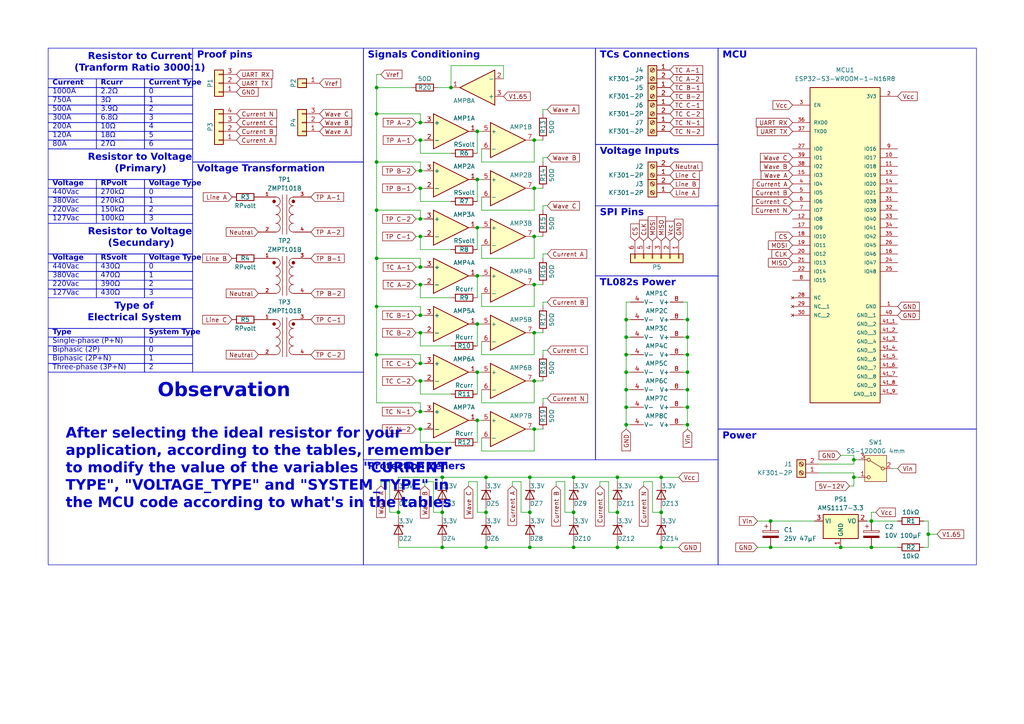
<source format=kicad_sch>
(kicad_sch (version 20230121) (generator eeschema)
  (paper "A4")
  (title_block (title "Power Vision V4.0 Schematic") (date "26/06/2024") (rev "1.0") (company "linkedin.com/in/lucasrguerra") (comment 1 "github.com/lucasrguerra/power_vision"))
  (junction (at 179.07 148.59))
  (junction (at 181.61 107.95))
  (junction (at 166.37 148.59))
  (junction (at 199.39 97.79))
  (junction (at 191.77 148.59))
  (junction (at 140.97 138.43))
  (junction (at 109.22 60.96))
  (junction (at 269.24 154.94))
  (junction (at 121.92 82.55))
  (junction (at 154.94 110.49))
  (junction (at 121.92 68.58))
  (junction (at 179.07 158.75))
  (junction (at 121.92 54.61))
  (junction (at 109.22 102.87))
  (junction (at 247.65 138.43))
  (junction (at 153.67 148.59))
  (junction (at 121.92 91.44))
  (junction (at 191.77 158.75))
  (junction (at 154.94 124.46))
  (junction (at 181.61 118.11))
  (junction (at 138.43 38.1))
  (junction (at 243.84 158.75))
  (junction (at 247.65 133.35))
  (junction (at 153.67 138.43))
  (junction (at 121.92 35.56))
  (junction (at 128.27 158.75))
  (junction (at 181.61 113.03))
  (junction (at 199.39 123.19))
  (junction (at 223.52 151.13))
  (junction (at 109.22 25.4))
  (junction (at 199.39 118.11))
  (junction (at 121.92 105.41))
  (junction (at 138.43 52.07))
  (junction (at 181.61 102.87))
  (junction (at 128.27 138.43))
  (junction (at 154.94 40.64))
  (junction (at 121.92 40.64))
  (junction (at 109.22 74.93))
  (junction (at 191.77 138.43))
  (junction (at 181.61 92.71))
  (junction (at 252.73 158.75))
  (junction (at 154.94 54.61))
  (junction (at 223.52 158.75))
  (junction (at 138.43 107.95))
  (junction (at 140.97 148.59))
  (junction (at 138.43 80.01))
  (junction (at 166.37 158.75))
  (junction (at 199.39 102.87))
  (junction (at 166.37 138.43))
  (junction (at 181.61 97.79))
  (junction (at 179.07 138.43))
  (junction (at 153.67 158.75))
  (junction (at 128.27 148.59))
  (junction (at 121.92 49.53))
  (junction (at 109.22 46.99))
  (junction (at 121.92 96.52))
  (junction (at 130.81 25.4))
  (junction (at 199.39 107.95))
  (junction (at 138.43 93.98))
  (junction (at 121.92 124.46))
  (junction (at 121.92 63.5))
  (junction (at 154.94 82.55))
  (junction (at 154.94 68.58))
  (junction (at 121.92 119.38))
  (junction (at 121.92 77.47))
  (junction (at 154.94 96.52))
  (junction (at 115.57 148.59))
  (junction (at 199.39 113.03))
  (junction (at 252.73 151.13))
  (junction (at 140.97 158.75))
  (junction (at 109.22 33.02))
  (junction (at 199.39 92.71))
  (junction (at 109.22 88.9))
  (junction (at 138.43 66.04))
  (junction (at 121.92 110.49))
  (junction (at 138.43 121.92))
  (junction (at 181.61 123.19))
  (wire (pts (xy 109.22 60.96) (xy 109.22 74.93)))
  (wire (pts (xy 138.43 52.07) (xy 139.7 52.07)))
  (wire (pts (xy 128.27 138.43) (xy 128.27 139.7)))
  (wire (pts (xy 259.08 135.89) (xy 260.35 135.89)))
  (wire (pts (xy 109.22 21.59) (xy 109.22 25.4)))
  (wire (pts (xy 254 148.59) (xy 252.73 148.59)))
  (wire (pts (xy 154.94 124.46) (xy 157.48 124.46)))
  (wire (pts (xy 138.43 128.27) (xy 138.43 121.92)))
  (wire (pts (xy 157.48 45.72) (xy 157.48 46.99)))
  (wire (pts (xy 115.57 158.75) (xy 128.27 158.75)))
  (wire (pts (xy 181.61 123.19) (xy 181.61 124.46)))
  (wire (pts (xy 113.03 139.7) (xy 113.03 148.59)))
  (wire (pts (xy 179.07 139.7) (xy 179.07 138.43)))
  (wire (pts (xy 146.05 22.86) (xy 146.05 19.05)))
  (wire (pts (xy 109.22 74.93) (xy 109.22 88.9)))
  (wire (pts (xy 121.92 46.99) (xy 109.22 46.99)))
  (wire (pts (xy 166.37 138.43) (xy 179.07 138.43)))
  (wire (pts (xy 237.49 137.16) (xy 247.65 137.16)))
  (wire (pts (xy 121.92 105.41) (xy 121.92 102.87)))
  (wire (pts (xy 139.7 116.84) (xy 154.94 116.84)))
  (wire (pts (xy 121.92 40.64) (xy 123.19 40.64)))
  (wire (pts (xy 109.22 25.4) (xy 109.22 33.02)))
  (wire (pts (xy 139.7 113.03) (xy 139.7 116.84)))
  (wire (pts (xy 121.92 68.58) (xy 123.19 68.58)))
  (wire (pts (xy 191.77 148.59) (xy 191.77 149.86)))
  (wire (pts (xy 138.43 44.45) (xy 138.43 38.1)))
  (wire (pts (xy 121.92 102.87) (xy 109.22 102.87)))
  (wire (pts (xy 148.59 139.7) (xy 148.59 140.97)))
  (wire (pts (xy 115.57 148.59) (xy 115.57 149.86)))
  (wire (pts (xy 115.57 147.32) (xy 115.57 148.59)))
  (wire (pts (xy 223.52 151.13) (xy 236.22 151.13)))
  (wire (pts (xy 121.92 82.55) (xy 123.19 82.55)))
  (wire (pts (xy 198.12 113.03) (xy 199.39 113.03)))
  (wire (pts (xy 121.92 110.49) (xy 123.19 110.49)))
  (wire (pts (xy 179.07 158.75) (xy 191.77 158.75)))
  (wire (pts (xy 154.94 116.84) (xy 154.94 110.49)))
  (wire (pts (xy 154.94 40.64) (xy 157.48 40.64)))
  (wire (pts (xy 140.97 139.7) (xy 140.97 138.43)))
  (wire (pts (xy 120.65 82.55) (xy 121.92 82.55)))
  (wire (pts (xy 130.81 58.42) (xy 121.92 58.42)))
  (wire (pts (xy 121.92 91.44) (xy 121.92 88.9)))
  (wire (pts (xy 157.48 101.6) (xy 157.48 102.87)))
  (wire (pts (xy 120.65 124.46) (xy 121.92 124.46)))
  (wire (pts (xy 127 25.4) (xy 130.81 25.4)))
  (wire (pts (xy 267.97 151.13) (xy 269.24 151.13)))
  (wire (pts (xy 125.73 139.7) (xy 125.73 148.59)))
  (wire (pts (xy 252.73 158.75) (xy 260.35 158.75)))
  (wire (pts (xy 154.94 110.49) (xy 157.48 110.49)))
  (wire (pts (xy 121.92 88.9) (xy 109.22 88.9)))
  (wire (pts (xy 252.73 148.59) (xy 252.73 151.13)))
  (wire (pts (xy 139.7 85.09) (xy 139.7 88.9)))
  (wire (pts (xy 109.22 33.02) (xy 109.22 46.99)))
  (wire (pts (xy 182.88 102.87) (xy 181.61 102.87)))
  (wire (pts (xy 247.65 138.43) (xy 248.92 138.43)))
  (wire (pts (xy 181.61 123.19) (xy 182.88 123.19)))
  (wire (pts (xy 158.75 73.66) (xy 157.48 73.66)))
  (wire (pts (xy 135.89 139.7) (xy 138.43 139.7)))
  (wire (pts (xy 157.48 59.69) (xy 157.48 60.96)))
  (wire (pts (xy 166.37 147.32) (xy 166.37 148.59)))
  (wire (pts (xy 109.22 33.02) (xy 121.92 33.02)))
  (wire (pts (xy 199.39 102.87) (xy 199.39 107.95)))
  (wire (pts (xy 199.39 92.71) (xy 199.39 97.79)))
  (wire (pts (xy 186.69 139.7) (xy 186.69 140.97)))
  (wire (pts (xy 123.19 139.7) (xy 123.19 140.97)))
  (wire (pts (xy 130.81 128.27) (xy 121.92 128.27)))
  (wire (pts (xy 166.37 158.75) (xy 153.67 158.75)))
  (wire (pts (xy 247.65 133.35) (xy 248.92 133.35)))
  (wire (pts (xy 247.65 134.62) (xy 247.65 133.35)))
  (wire (pts (xy 121.92 96.52) (xy 123.19 96.52)))
  (wire (pts (xy 120.65 63.5) (xy 121.92 63.5)))
  (wire (pts (xy 139.7 88.9) (xy 154.94 88.9)))
  (wire (pts (xy 246.38 140.97) (xy 247.65 140.97)))
  (wire (pts (xy 199.39 97.79) (xy 198.12 97.79)))
  (wire (pts (xy 179.07 157.48) (xy 179.07 158.75)))
  (wire (pts (xy 191.77 139.7) (xy 191.77 138.43)))
  (wire (pts (xy 109.22 88.9) (xy 109.22 102.87)))
  (wire (pts (xy 121.92 35.56) (xy 121.92 33.02)))
  (wire (pts (xy 181.61 118.11) (xy 182.88 118.11)))
  (wire (pts (xy 157.48 31.75) (xy 157.48 33.02)))
  (wire (pts (xy 140.97 147.32) (xy 140.97 148.59)))
  (wire (pts (xy 182.88 87.63) (xy 181.61 87.63)))
  (wire (pts (xy 247.65 137.16) (xy 247.65 138.43)))
  (wire (pts (xy 198.12 87.63) (xy 199.39 87.63)))
  (wire (pts (xy 161.29 139.7) (xy 161.29 140.97)))
  (wire (pts (xy 128.27 158.75) (xy 128.27 157.48)))
  (wire (pts (xy 189.23 139.7) (xy 189.23 148.59)))
  (wire (pts (xy 109.22 25.4) (xy 119.38 25.4)))
  (wire (pts (xy 269.24 154.94) (xy 271.78 154.94)))
  (wire (pts (xy 181.61 87.63) (xy 181.61 92.71)))
  (wire (pts (xy 198.12 123.19) (xy 199.39 123.19)))
  (wire (pts (xy 199.39 118.11) (xy 199.39 123.19)))
  (wire (pts (xy 154.94 60.96) (xy 154.94 54.61)))
  (wire (pts (xy 138.43 139.7) (xy 138.43 148.59)))
  (wire (pts (xy 120.65 68.58) (xy 121.92 68.58)))
  (wire (pts (xy 139.7 74.93) (xy 154.94 74.93)))
  (wire (pts (xy 130.81 19.05) (xy 146.05 19.05)))
  (wire (pts (xy 120.65 49.53) (xy 121.92 49.53)))
  (wire (pts (xy 154.94 82.55) (xy 157.48 82.55)))
  (wire (pts (xy 123.19 139.7) (xy 125.73 139.7)))
  (wire (pts (xy 243.84 132.08) (xy 247.65 132.08)))
  (wire (pts (xy 154.94 68.58) (xy 157.48 68.58)))
  (wire (pts (xy 138.43 80.01) (xy 139.7 80.01)))
  (wire (pts (xy 138.43 121.92) (xy 139.7 121.92)))
  (wire (pts (xy 121.92 60.96) (xy 109.22 60.96)))
  (wire (pts (xy 153.67 158.75) (xy 140.97 158.75)))
  (wire (pts (xy 120.65 40.64) (xy 121.92 40.64)))
  (wire (pts (xy 120.65 54.61) (xy 121.92 54.61)))
  (wire (pts (xy 176.53 148.59) (xy 179.07 148.59)))
  (wire (pts (xy 166.37 157.48) (xy 166.37 158.75)))
  (wire (pts (xy 158.75 101.6) (xy 157.48 101.6)))
  (wire (pts (xy 121.92 35.56) (xy 123.19 35.56)))
  (wire (pts (xy 120.65 119.38) (xy 121.92 119.38)))
  (wire (pts (xy 154.94 102.87) (xy 139.7 102.87)))
  (wire (pts (xy 157.48 73.66) (xy 157.48 74.93)))
  (wire (pts (xy 121.92 119.38) (xy 123.19 119.38)))
  (wire (pts (xy 121.92 116.84) (xy 121.92 119.38)))
  (wire (pts (xy 140.97 148.59) (xy 140.97 149.86)))
  (wire (pts (xy 115.57 157.48) (xy 115.57 158.75)))
  (wire (pts (xy 138.43 66.04) (xy 139.7 66.04)))
  (wire (pts (xy 139.7 57.15) (xy 139.7 60.96)))
  (wire (pts (xy 109.22 46.99) (xy 109.22 60.96)))
  (wire (pts (xy 181.61 102.87) (xy 181.61 107.95)))
  (wire (pts (xy 120.65 105.41) (xy 121.92 105.41)))
  (wire (pts (xy 154.94 130.81) (xy 139.7 130.81)))
  (wire (pts (xy 109.22 116.84) (xy 121.92 116.84)))
  (wire (pts (xy 163.83 148.59) (xy 166.37 148.59)))
  (wire (pts (xy 138.43 66.04) (xy 138.43 72.39)))
  (wire (pts (xy 121.92 100.33) (xy 121.92 96.52)))
  (wire (pts (xy 148.59 139.7) (xy 151.13 139.7)))
  (wire (pts (xy 138.43 93.98) (xy 139.7 93.98)))
  (wire (pts (xy 121.92 77.47) (xy 121.92 74.93)))
  (wire (pts (xy 121.92 77.47) (xy 123.19 77.47)))
  (wire (pts (xy 269.24 154.94) (xy 269.24 158.75)))
  (wire (pts (xy 179.07 147.32) (xy 179.07 148.59)))
  (wire (pts (xy 181.61 107.95) (xy 181.61 113.03)))
  (wire (pts (xy 154.94 46.99) (xy 154.94 40.64)))
  (wire (pts (xy 121.92 105.41) (xy 123.19 105.41)))
  (wire (pts (xy 110.49 139.7) (xy 113.03 139.7)))
  (wire (pts (xy 139.7 43.18) (xy 139.7 46.99)))
  (wire (pts (xy 181.61 107.95) (xy 182.88 107.95)))
  (wire (pts (xy 181.61 92.71) (xy 181.61 97.79)))
  (wire (pts (xy 158.75 115.57) (xy 157.48 115.57)))
  (wire (pts (xy 269.24 151.13) (xy 269.24 154.94)))
  (wire (pts (xy 138.43 100.33) (xy 138.43 93.98)))
  (wire (pts (xy 191.77 147.32) (xy 191.77 148.59)))
  (wire (pts (xy 138.43 114.3) (xy 138.43 107.95)))
  (wire (pts (xy 199.39 87.63) (xy 199.39 92.71)))
  (wire (pts (xy 154.94 82.55) (xy 154.94 88.9)))
  (wire (pts (xy 181.61 113.03) (xy 181.61 118.11)))
  (wire (pts (xy 189.23 148.59) (xy 191.77 148.59)))
  (wire (pts (xy 199.39 97.79) (xy 199.39 102.87)))
  (wire (pts (xy 121.92 63.5) (xy 123.19 63.5)))
  (wire (pts (xy 157.48 87.63) (xy 157.48 88.9)))
  (wire (pts (xy 267.97 158.75) (xy 269.24 158.75)))
  (wire (pts (xy 140.97 157.48) (xy 140.97 158.75)))
  (wire (pts (xy 139.7 60.96) (xy 154.94 60.96)))
  (wire (pts (xy 115.57 138.43) (xy 128.27 138.43)))
  (wire (pts (xy 154.94 96.52) (xy 154.94 102.87)))
  (wire (pts (xy 121.92 74.93) (xy 109.22 74.93)))
  (wire (pts (xy 130.81 100.33) (xy 121.92 100.33)))
  (wire (pts (xy 140.97 158.75) (xy 128.27 158.75)))
  (wire (pts (xy 110.49 139.7) (xy 110.49 140.97)))
  (wire (pts (xy 247.65 132.08) (xy 247.65 133.35)))
  (wire (pts (xy 120.65 35.56) (xy 121.92 35.56)))
  (wire (pts (xy 109.22 102.87) (xy 109.22 116.84)))
  (wire (pts (xy 179.07 148.59) (xy 179.07 149.86)))
  (wire (pts (xy 173.99 139.7) (xy 176.53 139.7)))
  (wire (pts (xy 223.52 158.75) (xy 243.84 158.75)))
  (wire (pts (xy 153.67 157.48) (xy 153.67 158.75)))
  (wire (pts (xy 130.81 72.39) (xy 121.92 72.39)))
  (wire (pts (xy 138.43 58.42) (xy 138.43 52.07)))
  (wire (pts (xy 121.92 44.45) (xy 121.92 40.64)))
  (wire (pts (xy 128.27 138.43) (xy 140.97 138.43)))
  (wire (pts (xy 139.7 46.99) (xy 154.94 46.99)))
  (wire (pts (xy 166.37 139.7) (xy 166.37 138.43)))
  (wire (pts (xy 121.92 58.42) (xy 121.92 54.61)))
  (wire (pts (xy 130.81 19.05) (xy 130.81 25.4)))
  (wire (pts (xy 154.94 96.52) (xy 157.48 96.52)))
  (wire (pts (xy 154.94 74.93) (xy 154.94 68.58)))
  (wire (pts (xy 138.43 86.36) (xy 138.43 80.01)))
  (wire (pts (xy 181.61 118.11) (xy 181.61 123.19)))
  (wire (pts (xy 166.37 148.59) (xy 166.37 149.86)))
  (wire (pts (xy 121.92 72.39) (xy 121.92 68.58)))
  (wire (pts (xy 121.92 49.53) (xy 121.92 46.99)))
  (wire (pts (xy 181.61 97.79) (xy 181.61 102.87)))
  (wire (pts (xy 151.13 139.7) (xy 151.13 148.59)))
  (wire (pts (xy 135.89 139.7) (xy 135.89 140.97)))
  (wire (pts (xy 138.43 107.95) (xy 139.7 107.95)))
  (wire (pts (xy 198.12 118.11) (xy 199.39 118.11)))
  (wire (pts (xy 121.92 86.36) (xy 121.92 82.55)))
  (wire (pts (xy 179.07 138.43) (xy 191.77 138.43)))
  (wire (pts (xy 130.81 114.3) (xy 121.92 114.3)))
  (wire (pts (xy 173.99 139.7) (xy 173.99 140.97)))
  (wire (pts (xy 115.57 139.7) (xy 115.57 138.43)))
  (wire (pts (xy 157.48 115.57) (xy 157.48 116.84)))
  (wire (pts (xy 120.65 110.49) (xy 121.92 110.49)))
  (wire (pts (xy 113.03 148.59) (xy 115.57 148.59)))
  (wire (pts (xy 121.92 49.53) (xy 123.19 49.53)))
  (wire (pts (xy 199.39 102.87) (xy 198.12 102.87)))
  (wire (pts (xy 219.71 151.13) (xy 223.52 151.13)))
  (wire (pts (xy 138.43 148.59) (xy 140.97 148.59)))
  (wire (pts (xy 176.53 139.7) (xy 176.53 148.59)))
  (wire (pts (xy 179.07 158.75) (xy 166.37 158.75)))
  (wire (pts (xy 120.65 96.52) (xy 121.92 96.52)))
  (wire (pts (xy 219.71 158.75) (xy 223.52 158.75)))
  (wire (pts (xy 120.65 91.44) (xy 121.92 91.44)))
  (wire (pts (xy 158.75 31.75) (xy 157.48 31.75)))
  (wire (pts (xy 121.92 114.3) (xy 121.92 110.49)))
  (wire (pts (xy 199.39 113.03) (xy 199.39 118.11)))
  (wire (pts (xy 125.73 148.59) (xy 128.27 148.59)))
  (wire (pts (xy 153.67 148.59) (xy 153.67 149.86)))
  (wire (pts (xy 130.81 44.45) (xy 121.92 44.45)))
  (wire (pts (xy 138.43 38.1) (xy 139.7 38.1)))
  (wire (pts (xy 199.39 107.95) (xy 199.39 113.03)))
  (wire (pts (xy 139.7 71.12) (xy 139.7 74.93)))
  (wire (pts (xy 153.67 147.32) (xy 153.67 148.59)))
  (wire (pts (xy 121.92 124.46) (xy 123.19 124.46)))
  (wire (pts (xy 128.27 148.59) (xy 128.27 149.86)))
  (wire (pts (xy 158.75 59.69) (xy 157.48 59.69)))
  (wire (pts (xy 199.39 92.71) (xy 198.12 92.71)))
  (wire (pts (xy 128.27 147.32) (xy 128.27 148.59)))
  (wire (pts (xy 182.88 92.71) (xy 181.61 92.71)))
  (wire (pts (xy 151.13 148.59) (xy 153.67 148.59)))
  (wire (pts (xy 198.12 107.95) (xy 199.39 107.95)))
  (wire (pts (xy 153.67 138.43) (xy 166.37 138.43)))
  (wire (pts (xy 121.92 128.27) (xy 121.92 124.46)))
  (wire (pts (xy 252.73 151.13) (xy 260.35 151.13)))
  (wire (pts (xy 120.65 77.47) (xy 121.92 77.47)))
  (wire (pts (xy 181.61 113.03) (xy 182.88 113.03)))
  (wire (pts (xy 237.49 134.62) (xy 247.65 134.62)))
  (wire (pts (xy 161.29 139.7) (xy 163.83 139.7)))
  (wire (pts (xy 121.92 91.44) (xy 123.19 91.44)))
  (wire (pts (xy 196.85 158.75) (xy 191.77 158.75)))
  (wire (pts (xy 163.83 139.7) (xy 163.83 148.59)))
  (wire (pts (xy 139.7 130.81) (xy 139.7 127)))
  (wire (pts (xy 140.97 138.43) (xy 153.67 138.43)))
  (wire (pts (xy 121.92 63.5) (xy 121.92 60.96)))
  (wire (pts (xy 130.81 86.36) (xy 121.92 86.36)))
  (wire (pts (xy 154.94 54.61) (xy 157.48 54.61)))
  (wire (pts (xy 158.75 45.72) (xy 157.48 45.72)))
  (wire (pts (xy 121.92 54.61) (xy 123.19 54.61)))
  (wire (pts (xy 158.75 87.63) (xy 157.48 87.63)))
  (wire (pts (xy 247.65 140.97) (xy 247.65 138.43)))
  (wire (pts (xy 154.94 124.46) (xy 154.94 130.81)))
  (wire (pts (xy 153.67 139.7) (xy 153.67 138.43)))
  (wire (pts (xy 182.88 97.79) (xy 181.61 97.79)))
  (wire (pts (xy 243.84 158.75) (xy 252.73 158.75)))
  (wire (pts (xy 186.69 139.7) (xy 189.23 139.7)))
  (wire (pts (xy 110.49 21.59) (xy 109.22 21.59)))
  (wire (pts (xy 196.85 138.43) (xy 191.77 138.43)))
  (wire (pts (xy 139.7 102.87) (xy 139.7 99.06)))
  (wire (pts (xy 251.46 151.13) (xy 252.73 151.13)))
  (wire (pts (xy 199.39 123.19) (xy 199.39 124.46)))
  (wire (pts (xy 191.77 157.48) (xy 191.77 158.75)))
  (rectangle (start 27.94 38.1) (end 41.91 40.64))
  (rectangle (start 41.91 40.64) (end 55.88 43.18))
  (rectangle (start 27.94 22.86) (end 41.91 25.4))
  (rectangle (start 27.94 78.74) (end 41.91 81.28))
  (rectangle (start 27.94 73.66) (end 41.91 76.2))
  (rectangle (start 13.97 102.87) (end 41.91 105.41))
  (rectangle (start 41.91 52.07) (end 55.88 54.61))
  (rectangle (start 27.94 62.23) (end 41.91 64.77))
  (rectangle (start 13.97 64.77) (end 55.88 73.66))
  (rectangle (start 41.91 83.82) (end 55.88 86.36))
  (rectangle (start 27.94 30.48) (end 41.91 33.02))
  (rectangle (start 41.91 105.41) (end 55.88 107.95))
  (rectangle (start 13.97 57.15) (end 27.94 59.69))
  (rectangle (start 55.88 46.99) (end 105.41 107.95))
  (rectangle (start 27.94 81.28) (end 41.91 83.82))
  (rectangle (start 13.97 100.33) (end 41.91 102.87))
  (rectangle (start 208.28 13.97) (end 283.21 124.46))
  (rectangle (start 13.97 38.1) (end 27.94 40.64))
  (rectangle (start 13.97 22.86) (end 27.94 25.4))
  (rectangle (start 41.91 78.74) (end 55.88 81.28))
  (rectangle (start 172.72 13.97) (end 208.28 41.91))
  (rectangle (start 105.41 13.97) (end 172.72 133.35))
  (rectangle (start 41.91 100.33) (end 55.88 102.87))
  (rectangle (start 208.28 124.46) (end 283.21 163.83))
  (rectangle (start 13.97 35.56) (end 27.94 38.1))
  (rectangle (start 55.88 13.97) (end 105.41 46.99))
  (rectangle (start 41.91 27.94) (end 55.88 30.48))
  (rectangle (start 172.72 59.69) (end 208.28 80.01))
  (rectangle (start 41.91 38.1) (end 55.88 40.64))
  (rectangle (start 13.97 76.2) (end 27.94 78.74))
  (rectangle (start 41.91 73.66) (end 55.88 76.2))
  (rectangle (start 13.97 30.48) (end 27.94 33.02))
  (rectangle (start 41.91 22.86) (end 55.88 25.4))
  (rectangle (start 41.91 59.69) (end 55.88 62.23))
  (rectangle (start 41.91 102.87) (end 55.88 105.41))
  (rectangle (start 13.97 105.41) (end 41.91 107.95))
  (rectangle (start 13.97 13.97) (end 55.88 22.86))
  (rectangle (start 27.94 52.07) (end 41.91 54.61))
  (rectangle (start 27.94 35.56) (end 41.91 38.1))
  (rectangle (start 13.97 54.61) (end 27.94 57.15))
  (rectangle (start 27.94 57.15) (end 41.91 59.69))
  (rectangle (start 13.97 107.95) (end 105.41 163.83))
  (rectangle (start 13.97 97.79) (end 41.91 100.33))
  (rectangle (start 172.72 41.91) (end 208.28 59.69))
  (rectangle (start 13.97 86.36) (end 55.88 95.25))
  (rectangle (start 27.94 59.69) (end 41.91 62.23))
  (rectangle (start 27.94 54.61) (end 41.91 57.15))
  (rectangle (start 41.91 25.4) (end 55.88 27.94))
  (rectangle (start 13.97 62.23) (end 27.94 64.77))
  (rectangle (start 105.41 133.35) (end 208.28 163.83))
  (rectangle (start 41.91 30.48) (end 55.88 33.02))
  (rectangle (start 27.94 27.94) (end 41.91 30.48))
  (rectangle (start 13.97 78.74) (end 27.94 81.28))
  (rectangle (start 27.94 33.02) (end 41.91 35.56))
  (rectangle (start 41.91 57.15) (end 55.88 59.69))
  (rectangle (start 13.97 33.02) (end 27.94 35.56))
  (rectangle (start 27.94 76.2) (end 41.91 78.74))
  (rectangle (start 41.91 33.02) (end 55.88 35.56))
  (rectangle (start 27.94 25.4) (end 41.91 27.94))
  (rectangle (start 41.91 95.25) (end 55.88 97.79))
  (rectangle (start 13.97 27.94) (end 27.94 30.48))
  (rectangle (start 41.91 97.79) (end 55.88 100.33))
  (rectangle (start 13.97 73.66) (end 27.94 76.2))
  (rectangle (start 13.97 59.69) (end 27.94 62.23))
  (rectangle (start 13.97 83.82) (end 27.94 86.36))
  (rectangle (start 172.72 80.01) (end 208.28 133.35))
  (rectangle (start 13.97 43.18) (end 55.88 52.07))
  (rectangle (start 27.94 83.82) (end 41.91 86.36))
  (rectangle (start 41.91 76.2) (end 55.88 78.74))
  (rectangle (start 41.91 81.28) (end 55.88 83.82))
  (rectangle (start 41.91 54.61) (end 55.88 57.15))
  (rectangle (start 13.97 25.4) (end 27.94 27.94))
  (rectangle (start 13.97 52.07) (end 27.94 54.61))
  (rectangle (start 13.97 95.25) (end 41.91 97.79))
  (rectangle (start 13.97 81.28) (end 27.94 83.82))
  (rectangle (start 13.97 40.64) (end 27.94 43.18))
  (rectangle (start 41.91 35.56) (end 55.88 38.1))
  (rectangle (start 27.94 40.64) (end 41.91 43.18))
  (rectangle (start 41.91 62.23) (end 55.88 64.77))
  (text "5" (at 43.18 40.64 0) (effects (font (size 1.5 1.5)) (justify left bottom)))
  (text "27Ω" (at 29.21 43.18 0) (effects (font (size 1.5 1.5)) (justify left bottom)))
  (text "    Resistor to Voltage\n          (Secundary)" (at 21.59 72.39 0) (effects (font (size 2 2) (thickness 0.254) bold) (justify left bottom)))
  (text "Type\n" (at 15.24 97.79 0) (effects (font (size 1.5 1.5) (thickness 0.3) bold) (justify left bottom)))
  (text "10Ω" (at 29.21 38.1 0) (effects (font (size 1.5 1.5)) (justify left bottom)))
  (text "220Vac" (at 15.24 62.23 0) (effects (font (size 1.5 1.5)) (justify left bottom)))
  (text "0" (at 43.18 27.94 0) (effects (font (size 1.5 1.5)) (justify left bottom)))
  (text "380Vac" (at 15.24 59.69 0) (effects (font (size 1.5 1.5)) (justify left bottom)))
  (text "Biphasic (2P)" (at 15.24 102.87 0) (effects (font (size 1.5 1.5)) (justify left bottom)))
  (text "380Vac" (at 15.24 81.28 0) (effects (font (size 1.5 1.5)) (justify left bottom)))
  (text "220Vac" (at 15.24 83.82 0) (effects (font (size 1.5 1.5)) (justify left bottom)))
  (text "2" (at 43.18 107.95 0) (effects (font (size 1.5 1.5)) (justify left bottom)))
  (text "470Ω" (at 29.21 81.28 0) (effects (font (size 1.5 1.5)) (justify left bottom)))
  (text "RSvolt" (at 29.21 76.2 0) (effects (font (size 1.5 1.5) (thickness 0.3) bold) (justify left bottom)))
  (text "500A" (at 15.24 33.02 0) (effects (font (size 1.5 1.5)) (justify left bottom)))
  (text "1" (at 43.18 59.69 0) (effects (font (size 1.5 1.5)) (justify left bottom)))
  (text "2" (at 43.18 83.82 0) (effects (font (size 1.5 1.5)) (justify left bottom)))
  (text "6" (at 43.18 43.18 0) (effects (font (size 1.5 1.5)) (justify left bottom)))
  (text "        Type of\nElectrical System" (at 25.4 93.98 0) (effects (font (size 2 2) (thickness 0.254) bold) (justify left bottom)))
  (text "Voltage Type" (at 43.18 54.61 0) (effects (font (size 1.5 1.5) (thickness 0.3) bold) (justify left bottom)))
  (text "2" (at 43.18 33.02 0) (effects (font (size 1.5 1.5)) (justify left bottom)))
  (text "Current" (at 15.24 25.4 0) (effects (font (size 1.5 1.5) (thickness 0.3) bold) (justify left bottom)))
  (text "300A" (at 15.24 35.56 0) (effects (font (size 1.5 1.5)) (justify left bottom)))
  (text "MCU" (at 209.55 17.78 0) (effects (font (size 2 2) (thickness 0.254) bold) (justify left bottom)))
  (text "3Ω" (at 29.21 30.48 0) (effects (font (size 1.5 1.5)) (justify left bottom)))
  (text "750A" (at 15.24 30.48 0) (effects (font (size 1.5 1.5)) (justify left bottom)))
  (text "440Vac" (at 15.24 78.74 0) (effects (font (size 1.5 1.5)) (justify left bottom)))
  (text "3.9Ω" (at 29.21 33.02 0) (effects (font (size 1.5 1.5)) (justify left bottom)))
  (text "RPvolt" (at 29.21 54.61 0) (effects (font (size 1.5 1.5) (thickness 0.3) bold) (justify left bottom)))
  (text "2" (at 43.18 62.23 0) (effects (font (size 1.5 1.5)) (justify left bottom)))
  (text "0" (at 43.18 102.87 0) (effects (font (size 1.5 1.5)) (justify left bottom)))
  (text "Power" (at 209.55 128.27 0) (effects (font (size 2 2) (thickness 0.254) bold) (justify left bottom)))
  (text "270kΩ" (at 29.21 57.15 0) (effects (font (size 1.5 1.5)) (justify left bottom)))
  (text "270kΩ" (at 29.21 59.69 0) (effects (font (size 1.5 1.5)) (justify left bottom)))
  (text "100kΩ" (at 29.21 64.77 0) (effects (font (size 1.5 1.5)) (justify left bottom)))
  (text "Voltage" (at 15.24 76.2 0) (effects (font (size 1.5 1.5) (thickness 0.3) bold) (justify left bottom)))
  (text "Voltage Inputs" (at 173.99 45.72 0) (effects (font (size 2 2) (thickness 0.254) bold) (justify left bottom)))
  (text "System Type" (at 43.18 97.79 0) (effects (font (size 1.5 1.5) (thickness 0.3) bold) (justify left bottom)))
  (text "3" (at 43.18 86.36 0) (effects (font (size 1.5 1.5)) (justify left bottom)))
  (text "18Ω" (at 29.21 40.64 0) (effects (font (size 1.5 1.5)) (justify left bottom)))
  (text "6.8Ω" (at 29.21 35.56 0) (effects (font (size 1.5 1.5)) (justify left bottom)))
  (text "390Ω" (at 29.21 83.82 0) (effects (font (size 1.5 1.5)) (justify left bottom)))
  (text "Voltage Type" (at 43.18 76.2 0) (effects (font (size 1.5 1.5) (thickness 0.3) bold) (justify left bottom)))
  (text "    Resistor to Voltage\n            (Primary)" (at 21.59 50.8 0) (effects (font (size 2 2) (thickness 0.254) bold) (justify left bottom)))
  (text "After selecting the ideal resistor for your\napplication, according to the tables, remember\nto modify the value of the variables \"CURRENT\nTYPE\", \"VOLTAGE_TYPE\" and \"SYSTEM_TYPE\" in\nthe MCU code according to what's in the tables" (at 19.05 148.59 0) (effects (font (size 3 3) (thickness 0.6) bold) (justify left bottom)))
  (text "120A" (at 15.24 40.64 0) (effects (font (size 1.5 1.5)) (justify left bottom)))
  (text "Protection Zeners" (at 106.68 137.16 0) (effects (font (size 2 2) (thickness 0.254) bold) (justify left bottom)))
  (text "127Vac" (at 15.24 64.77 0) (effects (font (size 1.5 1.5)) (justify left bottom)))
  (text "TL082s Power\n" (at 173.99 83.82 0) (effects (font (size 2 2) (thickness 0.254) bold) (justify left bottom)))
  (text "1" (at 43.18 81.28 0) (effects (font (size 1.5 1.5)) (justify left bottom)))
  (text "150kΩ" (at 29.21 62.23 0) (effects (font (size 1.5 1.5)) (justify left bottom)))
  (text "Signals Conditioning" (at 106.68 17.78 0) (effects (font (size 2 2) (thickness 0.254) bold) (justify left bottom)))
  (text "0" (at 43.18 57.15 0) (effects (font (size 1.5 1.5)) (justify left bottom)))
  (text "1000A" (at 15.24 27.94 0) (effects (font (size 1.5 1.5)) (justify left bottom)))
  (text "Current Type" (at 43.18 25.4 0) (effects (font (size 1.5 1.5) (thickness 0.3) bold) (justify left bottom)))
  (text "Voltage Transformation\n" (at 57.15 50.8 0) (effects (font (size 2 2) (thickness 0.254) bold) (justify left bottom)))
  (text "127Vac" (at 15.24 86.36 0) (effects (font (size 1.5 1.5)) (justify left bottom)))
  (text "200A" (at 15.24 38.1 0) (effects (font (size 1.5 1.5)) (justify left bottom)))
  (text "1" (at 43.18 30.48 0) (effects (font (size 1.5 1.5)) (justify left bottom)))
  (text "430Ω" (at 29.21 86.36 0) (effects (font (size 1.5 1.5)) (justify left bottom)))
  (text "Three-phase (3P+N)" (at 15.24 107.95 0) (effects (font (size 1.5 1.5)) (justify left bottom)))
  (text "0" (at 43.18 100.33 0) (effects (font (size 1.5 1.5)) (justify left bottom)))
  (text "80A" (at 15.24 43.18 0) (effects (font (size 1.5 1.5)) (justify left bottom)))
  (text "3" (at 43.18 64.77 0) (effects (font (size 1.5 1.5)) (justify left bottom)))
  (text "1" (at 43.18 105.41 0) (effects (font (size 1.5 1.5)) (justify left bottom)))
  (text "Biphasic (2P+N)\n" (at 15.24 105.41 0) (effects (font (size 1.5 1.5)) (justify left bottom)))
  (text "SPI Pins\n" (at 173.99 63.5 0) (effects (font (size 2 2) (thickness 0.254) bold) (justify left bottom)))
  (text "Rcurr" (at 29.21 25.4 0) (effects (font (size 1.5 1.5) (thickness 0.3) bold) (justify left bottom)))
  (text "2.2Ω" (at 29.21 27.94 0) (effects (font (size 1.5 1.5)) (justify left bottom)))
  (text "    Resistor to Current\n(Tranform Ratio 3000:1)" (at 21.59 21.59 0) (effects (font (size 2 2) (thickness 0.254) bold) (justify left bottom)))
  (text "4" (at 43.18 38.1 0) (effects (font (size 1.5 1.5)) (justify left bottom)))
  (text "430Ω" (at 29.21 78.74 0) (effects (font (size 1.5 1.5)) (justify left bottom)))
  (text "3" (at 43.18 35.56 0) (effects (font (size 1.5 1.5)) (justify left bottom)))
  (text "Voltage" (at 15.24 54.61 0) (effects (font (size 1.5 1.5) (thickness 0.3) bold) (justify left bottom)))
  (text "Single-phase (P+N)" (at 15.24 100.33 0) (effects (font (size 1.5 1.5)) (justify left bottom)))
  (text "TCs Connections" (at 173.99 17.78 0) (effects (font (size 2 2) (thickness 0.254) bold) (justify left bottom)))
  (text "440Vac" (at 15.24 57.15 0) (effects (font (size 1.5 1.5)) (justify left bottom)))
  (text "Proof pins" (at 57.15 17.78 0) (effects (font (size 2 2) (thickness 0.254) bold) (justify left bottom)))
  (text "0" (at 43.18 78.74 0) (effects (font (size 1.5 1.5)) (justify left bottom)))
  (text "Observation" (at 45.72 116.84 0) (effects (font (size 4 4) (thickness 0.254) bold) (justify left bottom)))
  (global_label "Wave A" (shape input) (at 92.71 38.1 0) (property "Intersheetrefs" "${INTERSHEET_REFS}" (effects hide)))
  (global_label "Neutral" (shape input) (at 194.31 48.26 0) (property "Intersheetrefs" "${INTERSHEET_REFS}" (effects hide)))
  (global_label "Wave A" (shape input) (at 110.49 140.97 270) (property "Intersheetrefs" "${INTERSHEET_REFS}" (effects hide)))
  (global_label "Vin" (shape input) (at 219.71 151.13 180) (property "Intersheetrefs" "${INTERSHEET_REFS}" (effects hide)))
  (global_label "CS" (shape input) (at 184.15 69.85 90) (property "Intersheetrefs" "${INTERSHEET_REFS}" (effects hide)))
  (global_label "TP C-2" (shape input) (at 120.65 63.5 180) (property "Intersheetrefs" "${INTERSHEET_REFS}" (effects hide)))
  (global_label "TC C-2" (shape input) (at 120.65 110.49 180) (property "Intersheetrefs" "${INTERSHEET_REFS}" (effects hide)))
  (global_label "Line C" (shape input) (at 194.31 50.8 0) (property "Intersheetrefs" "${INTERSHEET_REFS}" (effects hide)))
  (global_label "Vcc" (shape input) (at 254 148.59 0) (property "Intersheetrefs" "${INTERSHEET_REFS}" (effects hide)))
  (global_label "CLK" (shape input) (at 186.69 69.85 90) (property "Intersheetrefs" "${INTERSHEET_REFS}" (effects hide)))
  (global_label "Vcc" (shape input) (at 194.31 69.85 90) (property "Intersheetrefs" "${INTERSHEET_REFS}" (effects hide)))
  (global_label "Vcc" (shape input) (at 229.87 30.48 180) (property "Intersheetrefs" "${INTERSHEET_REFS}" (effects hide)))
  (global_label "TP C-2" (shape input) (at 90.17 102.87 0) (property "Intersheetrefs" "${INTERSHEET_REFS}" (effects hide)))
  (global_label "TP A-2" (shape input) (at 90.17 67.31 0) (property "Intersheetrefs" "${INTERSHEET_REFS}" (effects hide)))
  (global_label "Current N" (shape input) (at 158.75 115.57 0) (property "Intersheetrefs" "${INTERSHEET_REFS}" (effects hide)))
  (global_label "CLK" (shape input) (at 229.87 73.66 180) (property "Intersheetrefs" "${INTERSHEET_REFS}" (effects hide)))
  (global_label "TC A-2" (shape input) (at 120.65 82.55 180) (property "Intersheetrefs" "${INTERSHEET_REFS}" (effects hide)))
  (global_label "Line C" (shape input) (at 67.31 92.71 180) (property "Intersheetrefs" "${INTERSHEET_REFS}" (effects hide)))
  (global_label "Vin" (shape input) (at 260.35 135.89 0) (property "Intersheetrefs" "${INTERSHEET_REFS}" (effects hide)))
  (global_label "Wave C" (shape input) (at 158.75 59.69 0) (property "Intersheetrefs" "${INTERSHEET_REFS}" (effects hide)))
  (global_label "MISO" (shape input) (at 229.87 76.2 180) (property "Intersheetrefs" "${INTERSHEET_REFS}" (effects hide)))
  (global_label "Vin" (shape input) (at 199.39 124.46 270) (property "Intersheetrefs" "${INTERSHEET_REFS}" (effects hide)))
  (global_label "Current A" (shape input) (at 158.75 73.66 0) (property "Intersheetrefs" "${INTERSHEET_REFS}" (effects hide)))
  (global_label "TC B-1" (shape input) (at 194.31 25.4 0) (property "Intersheetrefs" "${INTERSHEET_REFS}" (effects hide)))
  (global_label "TC B-1" (shape input) (at 120.65 91.44 180) (property "Intersheetrefs" "${INTERSHEET_REFS}" (effects hide)))
  (global_label "Vref" (shape input) (at 92.71 24.13 0) (property "Intersheetrefs" "${INTERSHEET_REFS}" (effects hide)))
  (global_label "GND" (shape input) (at 181.61 124.46 270) (property "Intersheetrefs" "${INTERSHEET_REFS}" (effects hide)))
  (global_label "Wave B" (shape input) (at 229.87 48.26 180) (property "Intersheetrefs" "${INTERSHEET_REFS}" (effects hide)))
  (global_label "UART TX" (shape input) (at 68.58 24.13 0) (property "Intersheetrefs" "${INTERSHEET_REFS}" (effects hide)))
  (global_label "TP B-1" (shape input) (at 120.65 54.61 180) (property "Intersheetrefs" "${INTERSHEET_REFS}" (effects hide)))
  (global_label "Vref" (shape input) (at 110.49 21.59 0) (property "Intersheetrefs" "${INTERSHEET_REFS}" (effects hide)))
  (global_label "Wave B" (shape input) (at 158.75 45.72 0) (property "Intersheetrefs" "${INTERSHEET_REFS}" (effects hide)))
  (global_label "Current C" (shape input) (at 158.75 101.6 0) (property "Intersheetrefs" "${INTERSHEET_REFS}" (effects hide)))
  (global_label "Current N" (shape input) (at 186.69 140.97 270) (property "Intersheetrefs" "${INTERSHEET_REFS}" (effects hide)))
  (global_label "GND" (shape input) (at 243.84 132.08 180) (property "Intersheetrefs" "${INTERSHEET_REFS}" (effects hide)))
  (global_label "MISO" (shape input) (at 191.77 69.85 90) (property "Intersheetrefs" "${INTERSHEET_REFS}" (effects hide)))
  (global_label "Current N" (shape input) (at 68.58 33.02 0) (property "Intersheetrefs" "${INTERSHEET_REFS}" (effects hide)))
  (global_label "TP C-1" (shape input) (at 120.65 68.58 180) (property "Intersheetrefs" "${INTERSHEET_REFS}" (effects hide)))
  (global_label "TP A-1" (shape input) (at 90.17 57.15 0) (property "Intersheetrefs" "${INTERSHEET_REFS}" (effects hide)))
  (global_label "UART RX" (shape input) (at 68.58 21.59 0) (property "Intersheetrefs" "${INTERSHEET_REFS}" (effects hide)))
  (global_label "V1.65" (shape input) (at 271.78 154.94 0) (property "Intersheetrefs" "${INTERSHEET_REFS}" (effects hide)))
  (global_label "Current B" (shape input) (at 229.87 55.88 180) (property "Intersheetrefs" "${INTERSHEET_REFS}" (effects hide)))
  (global_label "Wave C" (shape input) (at 229.87 45.72 180) (property "Intersheetrefs" "${INTERSHEET_REFS}" (effects hide)))
  (global_label "TC N-2" (shape input) (at 120.65 124.46 180) (property "Intersheetrefs" "${INTERSHEET_REFS}" (effects hide)))
  (global_label "Neutral" (shape input) (at 74.93 85.09 180) (property "Intersheetrefs" "${INTERSHEET_REFS}" (effects hide)))
  (global_label "Neutral" (shape input) (at 74.93 67.31 180) (property "Intersheetrefs" "${INTERSHEET_REFS}" (effects hide)))
  (global_label "Line B" (shape input) (at 67.31 74.93 180) (property "Intersheetrefs" "${INTERSHEET_REFS}" (effects hide)))
  (global_label "TP B-2" (shape input) (at 120.65 49.53 180) (property "Intersheetrefs" "${INTERSHEET_REFS}" (effects hide)))
  (global_label "Current A" (shape input) (at 68.58 40.64 0) (property "Intersheetrefs" "${INTERSHEET_REFS}" (effects hide)))
  (global_label "TC A-1" (shape input) (at 120.65 77.47 180) (property "Intersheetrefs" "${INTERSHEET_REFS}" (effects hide)))
  (global_label "Wave C" (shape input) (at 135.89 140.97 270) (property "Intersheetrefs" "${INTERSHEET_REFS}" (effects hide)))
  (global_label "Wave C" (shape input) (at 92.71 33.02 0) (property "Intersheetrefs" "${INTERSHEET_REFS}" (effects hide)))
  (global_label "GND" (shape input) (at 260.35 91.44 0) (property "Intersheetrefs" "${INTERSHEET_REFS}" (effects hide)))
  (global_label "TC C-1" (shape input) (at 194.31 30.48 0) (property "Intersheetrefs" "${INTERSHEET_REFS}" (effects hide)))
  (global_label "TC A-1" (shape input) (at 194.31 20.32 0) (property "Intersheetrefs" "${INTERSHEET_REFS}" (effects hide)))
  (global_label "Current A" (shape input) (at 148.59 140.97 270) (property "Intersheetrefs" "${INTERSHEET_REFS}" (effects hide)))
  (global_label "CS" (shape input) (at 229.87 68.58 180) (property "Intersheetrefs" "${INTERSHEET_REFS}" (effects hide)))
  (global_label "Line B" (shape input) (at 194.31 53.34 0) (property "Intersheetrefs" "${INTERSHEET_REFS}" (effects hide)))
  (global_label "TP A-2" (shape input) (at 120.65 35.56 180) (property "Intersheetrefs" "${INTERSHEET_REFS}" (effects hide)))
  (global_label "TC C-2" (shape input) (at 194.31 33.02 0) (property "Intersheetrefs" "${INTERSHEET_REFS}" (effects hide)))
  (global_label "Line A" (shape input) (at 67.31 57.15 180) (property "Intersheetrefs" "${INTERSHEET_REFS}" (effects hide)))
  (global_label "TC B-2" (shape input) (at 120.65 96.52 180) (property "Intersheetrefs" "${INTERSHEET_REFS}" (effects hide)))
  (global_label "5V-12V" (shape input) (at 246.38 140.97 180) (property "Intersheetrefs" "${INTERSHEET_REFS}" (effects hide)))
  (global_label "Current N" (shape input) (at 229.87 60.96 180) (property "Intersheetrefs" "${INTERSHEET_REFS}" (effects hide)))
  (global_label "Wave A" (shape input) (at 229.87 50.8 180) (property "Intersheetrefs" "${INTERSHEET_REFS}" (effects hide)))
  (global_label "GND" (shape input) (at 196.85 158.75 0) (property "Intersheetrefs" "${INTERSHEET_REFS}" (effects hide)))
  (global_label "Current B" (shape input) (at 158.75 87.63 0) (property "Intersheetrefs" "${INTERSHEET_REFS}" (effects hide)))
  (global_label "V1.65" (shape input) (at 146.05 27.94 0) (property "Intersheetrefs" "${INTERSHEET_REFS}" (effects hide)))
  (global_label "MOSI" (shape input) (at 229.87 71.12 180) (property "Intersheetrefs" "${INTERSHEET_REFS}" (effects hide)))
  (global_label "TC C-1" (shape input) (at 120.65 105.41 180) (property "Intersheetrefs" "${INTERSHEET_REFS}" (effects hide)))
  (global_label "GND" (shape input) (at 196.85 69.85 90) (property "Intersheetrefs" "${INTERSHEET_REFS}" (effects hide)))
  (global_label "Current C" (shape input) (at 68.58 35.56 0) (property "Intersheetrefs" "${INTERSHEET_REFS}" (effects hide)))
  (global_label "TC N-1" (shape input) (at 120.65 119.38 180) (property "Intersheetrefs" "${INTERSHEET_REFS}" (effects hide)))
  (global_label "GND" (shape input) (at 68.58 26.67 0) (property "Intersheetrefs" "${INTERSHEET_REFS}" (effects hide)))
  (global_label "UART RX" (shape input) (at 229.87 35.56 180) (property "Intersheetrefs" "${INTERSHEET_REFS}" (effects hide)))
  (global_label "TP B-1" (shape input) (at 90.17 74.93 0) (property "Intersheetrefs" "${INTERSHEET_REFS}" (effects hide)))
  (global_label "TC N-1" (shape input) (at 194.31 35.56 0) (property "Intersheetrefs" "${INTERSHEET_REFS}" (effects hide)))
  (global_label "GND" (shape input) (at 219.71 158.75 180) (property "Intersheetrefs" "${INTERSHEET_REFS}" (effects hide)))
  (global_label "TC A-2" (shape input) (at 194.31 22.86 0) (property "Intersheetrefs" "${INTERSHEET_REFS}" (effects hide)))
  (global_label "Wave B" (shape input) (at 123.19 140.97 270) (property "Intersheetrefs" "${INTERSHEET_REFS}" (effects hide)))
  (global_label "Line A" (shape input) (at 194.31 55.88 0) (property "Intersheetrefs" "${INTERSHEET_REFS}" (effects hide)))
  (global_label "Neutral" (shape input) (at 74.93 102.87 180) (property "Intersheetrefs" "${INTERSHEET_REFS}" (effects hide)))
  (global_label "TP A-1" (shape input) (at 120.65 40.64 180) (property "Intersheetrefs" "${INTERSHEET_REFS}" (effects hide)))
  (global_label "Vcc" (shape input) (at 196.85 138.43 0) (property "Intersheetrefs" "${INTERSHEET_REFS}" (effects hide)))
  (global_label "TP B-2" (shape input) (at 90.17 85.09 0) (property "Intersheetrefs" "${INTERSHEET_REFS}" (effects hide)))
  (global_label "MOSI" (shape input) (at 189.23 69.85 90) (property "Intersheetrefs" "${INTERSHEET_REFS}" (effects hide)))
  (global_label "GND" (shape input) (at 260.35 88.9 0) (property "Intersheetrefs" "${INTERSHEET_REFS}" (effects hide)))
  (global_label "Wave A" (shape input) (at 158.75 31.75 0) (property "Intersheetrefs" "${INTERSHEET_REFS}" (effects hide)))
  (global_label "Current A" (shape input) (at 229.87 53.34 180) (property "Intersheetrefs" "${INTERSHEET_REFS}" (effects hide)))
  (global_label "UART TX" (shape input) (at 229.87 38.1 180) (property "Intersheetrefs" "${INTERSHEET_REFS}" (effects hide)))
  (global_label "Current B" (shape input) (at 68.58 38.1 0) (property "Intersheetrefs" "${INTERSHEET_REFS}" (effects hide)))
  (global_label "Current C" (shape input) (at 173.99 140.97 270) (property "Intersheetrefs" "${INTERSHEET_REFS}" (effects hide)))
  (global_label "Current C" (shape input) (at 229.87 58.42 180) (property "Intersheetrefs" "${INTERSHEET_REFS}" (effects hide)))
  (global_label "Wave B" (shape input) (at 92.71 35.56 0) (property "Intersheetrefs" "${INTERSHEET_REFS}" (effects hide)))
  (global_label "Current B" (shape input) (at 161.29 140.97 270) (property "Intersheetrefs" "${INTERSHEET_REFS}" (effects hide)))
  (global_label "TC N-2" (shape input) (at 194.31 38.1 0) (property "Intersheetrefs" "${INTERSHEET_REFS}" (effects hide)))
  (global_label "TC B-2" (shape input) (at 194.31 27.94 0) (property "Intersheetrefs" "${INTERSHEET_REFS}" (effects hide)))
  (global_label "TP C-1" (shape input) (at 90.17 92.71 0) (property "Intersheetrefs" "${INTERSHEET_REFS}" (effects hide)))
  (global_label "Vcc" (shape input) (at 260.35 27.94 0) (property "Intersheetrefs" "${INTERSHEET_REFS}" (effects hide)))
  (symbol (lib_id "Connector_Generic:Conn_01x04") (at 63.5 38.1 180) (unit 1)
    (property "Reference" "P3" (at 60.96 36.83 90))
    (property "Value" "Pin Header" (effects hide))
    (property "Footprint" "Connector_PinHeader_2.54mm:PinHeader_1x04_P2.54mm_Vertical" (effects hide))
  )
  (symbol (lib_id "Device:D_Zener") (at 179.07 143.51 270) (unit 1)
    (property "Reference" "DZ11" (at 179.07 146.05 90) (effects (justify left)))
    (property "Value" "3.3V" (at 179.07 140.97 90) (effects (justify left)))
    (property "Footprint" "Diode_SMD:D_MELF" (effects hide))
    (property "Datasheet" "https://pdf1.alldatasheet.com/datasheet-pdf/view/151094/EIC/ZM4728.html" (effects hide))
  )
  (symbol (lib_id "Amplifier_Operational:TL082") (at 130.81 93.98 0) (unit 1)
    (property "Reference" "AMP5" (at 134.62 90.17 0))
    (property "Value" "TL082" (effects hide))
    (property "Footprint" "Package_SO:SO-8_3.9x4.9mm_P1.27mm" (effects hide))
    (property "Datasheet" "http://www.ti.com/lit/ds/symlink/tl081.pdf" (effects hide))
  )
  (symbol (lib_id "Device:R") (at 134.62 72.39 90) (unit 1)
    (property "Reference" "R8" (at 134.62 72.39 90))
    (property "Value" "RSvolt" (at 134.62 69.85 90))
    (property "Footprint" "Resistor_SMD:R_1210_3225Metric" (effects hide))
  )
  (symbol (lib_id "Device:R") (at 264.16 151.13 90) (unit 1)
    (property "Reference" "R1" (at 264.16 151.13 90))
    (property "Value" "10kΩ" (at 264.16 148.59 90))
    (property "Footprint" "Resistor_SMD:R_1210_3225Metric" (effects hide))
  )
  (symbol (lib_id "Connector:Screw_Terminal_01x02") (at 189.23 25.4 0) (mirror y) (unit 1)
    (property "Reference" "J5" (at 185.42 25.4 0))
    (property "Value" "KF301-2P" (at 181.61 27.94 0))
    (property "Footprint" "TerminalBlock:TerminalBlock_bornier-2_P5.08mm" (effects hide))
  )
  (symbol (lib_id "Amplifier_Operational:TL082") (at 147.32 54.61 0) (unit 2)
    (property "Reference" "AMP2" (at 151.13 50.8 0))
    (property "Value" "TL082" (effects hide))
    (property "Footprint" "Package_SO:SO-8_3.9x4.9mm_P1.27mm" (effects hide))
    (property "Datasheet" "http://www.ti.com/lit/ds/symlink/tl081.pdf" (effects hide))
  )
  (symbol (lib_id "Amplifier_Operational:TL082") (at 190.5 90.17 270) (unit 3)
    (property "Reference" "AMP1" (at 190.5 85.09 90))
    (property "Value" "TL082" (effects hide))
    (property "Footprint" "Package_SO:SO-8_3.9x4.9mm_P1.27mm" (effects hide))
    (property "Datasheet" "http://www.ti.com/lit/ds/symlink/tl081.pdf" (effects hide))
  )
  (symbol (lib_id "Device:R") (at 71.12 74.93 270) (unit 1)
    (property "Reference" "R4" (at 71.12 74.93 90))
    (property "Value" "RPvolt" (at 71.12 77.47 90))
    (property "Footprint" "Resistor_SMD:R_1210_3225Metric" (effects hide))
  )
  (symbol (lib_id "Device:R") (at 157.48 106.68 0) (unit 1)
    (property "Reference" "R18" (at 157.48 106.68 90))
    (property "Value" "50Ω" (at 160.02 106.68 90))
    (property "Footprint" "Resistor_SMD:R_1210_3225Metric" (effects hide))
  )
  (symbol (lib_id "Device:R") (at 134.62 128.27 270) (unit 1)
    (property "Reference" "R12" (at 134.62 128.27 90))
    (property "Value" "Rcurr" (at 134.62 125.73 90))
    (property "Footprint" "Resistor_SMD:R_1210_3225Metric" (effects hide))
  )
  (symbol (lib_name "ZMPT101B_1") (lib_id "ZMPT101B:ZMPT101B") (at 82.55 62.23 0) (unit 1)
    (property "Reference" "TP1" (at 82.55 52.07 0))
    (property "Value" "ZMPT101B" (at 82.55 54.61 0))
    (property "Footprint" "SnapEDA Library:XFMR_ZMPT101B" (effects hide))
    (property "PARTREV" "NA" (effects hide))
    (property "STANDARD" "Manufacturer Recommendations" (effects hide))
    (property "MAXIMUM_PACKAGE_HEIGHT" "18.8mm" (effects hide))
    (property "MANUFACTURER" "Qingxian Zeming Langxi Electronic" (effects hide))
  )
  (symbol (lib_id "Device:R") (at 157.48 36.83 0) (unit 1)
    (property "Reference" "R13" (at 157.48 36.83 90))
    (property "Value" "50Ω" (at 160.02 36.83 90))
    (property "Footprint" "Resistor_SMD:R_1210_3225Metric" (effects hide))
  )
  (symbol (lib_id "Amplifier_Operational:TL082") (at 130.81 38.1 0) (unit 1)
    (property "Reference" "AMP1" (at 134.62 34.29 0))
    (property "Value" "TL082" (effects hide))
    (property "Footprint" "Package_SO:SO-8_3.9x4.9mm_P1.27mm" (effects hide))
    (property "Datasheet" "http://www.ti.com/lit/ds/symlink/tl081.pdf" (effects hide))
  )
  (symbol (lib_id "Connector:Screw_Terminal_01x02") (at 189.23 35.56 0) (mirror y) (unit 1)
    (property "Reference" "J7" (at 185.42 35.56 0))
    (property "Value" "KF301-2P" (at 181.61 38.1 0))
    (property "Footprint" "TerminalBlock:TerminalBlock_bornier-2_P5.08mm" (effects hide))
  )
  (symbol (lib_id "Device:D_Zener") (at 166.37 153.67 270) (unit 1)
    (property "Reference" "DZ10" (at 166.37 156.21 90) (effects (justify left)))
    (property "Value" "3.3V" (at 166.37 151.13 90) (effects (justify left)))
    (property "Footprint" "Diode_SMD:D_MELF" (effects hide))
    (property "Datasheet" "https://pdf1.alldatasheet.com/datasheet-pdf/view/151094/EIC/ZM4728.html" (effects hide))
  )
  (symbol (lib_id "Device:R") (at 134.62 58.42 90) (unit 1)
    (property "Reference" "R7" (at 134.62 58.42 90))
    (property "Value" "RSvolt" (at 134.62 55.88 90))
    (property "Footprint" "Resistor_SMD:R_1210_3225Metric" (effects hide))
  )
  (symbol (lib_id "Amplifier_Operational:TL082") (at 147.32 82.55 0) (unit 2)
    (property "Reference" "AMP4" (at 151.13 78.74 0))
    (property "Value" "TL082" (effects hide))
    (property "Footprint" "Package_SO:SO-8_3.9x4.9mm_P1.27mm" (effects hide))
    (property "Datasheet" "http://www.ti.com/lit/ds/symlink/tl081.pdf" (effects hide))
  )
  (symbol (lib_id "Device:R") (at 264.16 158.75 270) (unit 1)
    (property "Reference" "R2" (at 264.16 158.75 90))
    (property "Value" "10kΩ" (at 264.16 161.29 90))
    (property "Footprint" "Resistor_SMD:R_1210_3225Metric" (effects hide))
  )
  (symbol (lib_id "Amplifier_Operational:TL082") (at 130.81 107.95 0) (unit 1)
    (property "Reference" "AMP6" (at 134.62 104.14 0))
    (property "Value" "TL082" (effects hide))
    (property "Footprint" "Package_SO:SO-8_3.9x4.9mm_P1.27mm" (effects hide))
    (property "Datasheet" "http://www.ti.com/lit/ds/symlink/tl081.pdf" (effects hide))
  )
  (symbol (lib_id "Device:D_Zener") (at 191.77 143.51 270) (unit 1)
    (property "Reference" "DZ13" (at 191.77 146.05 90) (effects (justify left)))
    (property "Value" "3.3V" (at 191.77 140.97 90) (effects (justify left)))
    (property "Footprint" "Diode_SMD:D_MELF" (effects hide))
    (property "Datasheet" "https://pdf1.alldatasheet.com/datasheet-pdf/view/151094/EIC/ZM4728.html" (effects hide))
  )
  (symbol (lib_id "Amplifier_Operational:TL082") (at 130.81 80.01 0) (unit 1)
    (property "Reference" "AMP4" (at 134.62 76.2 0))
    (property "Value" "TL082" (effects hide))
    (property "Footprint" "Package_SO:SO-8_3.9x4.9mm_P1.27mm" (effects hide))
    (property "Datasheet" "http://www.ti.com/lit/ds/symlink/tl081.pdf" (effects hide))
  )
  (symbol (lib_id "Device:R") (at 157.48 78.74 0) (unit 1)
    (property "Reference" "R16" (at 157.48 78.74 90))
    (property "Value" "50Ω" (at 160.02 78.74 90))
    (property "Footprint" "Resistor_SMD:R_1210_3225Metric" (effects hide))
  )
  (symbol (lib_name "ZMPT101B_1") (lib_id "ZMPT101B:ZMPT101B") (at 82.55 80.01 0) (unit 1)
    (property "Reference" "TP2" (at 82.55 69.85 0))
    (property "Value" "ZMPT101B" (at 82.55 72.39 0))
    (property "Footprint" "SnapEDA Library:XFMR_ZMPT101B" (effects hide))
    (property "PARTREV" "NA" (effects hide))
    (property "STANDARD" "Manufacturer Recommendations" (effects hide))
    (property "MAXIMUM_PACKAGE_HEIGHT" "18.8mm" (effects hide))
    (property "MANUFACTURER" "Qingxian Zeming Langxi Electronic" (effects hide))
  )
  (symbol (lib_id "Switch:SW_Nidec_CAS-120A1") (at 254 135.89 0) (mirror y) (unit 1)
    (property "Reference" "SW1" (at 254 128.27 0))
    (property "Value" "SS-12D00G 4mm" (at 254 130.81 0))
    (property "Footprint" "Connector_PinHeader_2.54mm:PinHeader_1x03_P2.54mm_Vertical" (effects hide))
    (property "Datasheet" "https://www.nidec-components.com/e/catalog/switch/cas.pdf" (effects hide))
  )
  (symbol (lib_id "Amplifier_Operational:TL082") (at 190.5 100.33 270) (unit 3)
    (property "Reference" "AMP3" (at 190.5 95.25 90))
    (property "Value" "TL082" (effects hide))
    (property "Footprint" "Package_SO:SO-8_3.9x4.9mm_P1.27mm" (effects hide))
    (property "Datasheet" "http://www.ti.com/lit/ds/symlink/tl081.pdf" (effects hide))
  )
  (symbol (lib_id "Device:R") (at 71.12 92.71 270) (unit 1)
    (property "Reference" "R5" (at 71.12 92.71 90))
    (property "Value" "RPvolt" (at 71.12 95.25 90))
    (property "Footprint" "Resistor_SMD:R_1210_3225Metric" (effects hide))
  )
  (symbol (lib_id "Device:R") (at 157.48 50.8 0) (unit 1)
    (property "Reference" "R14" (at 157.48 50.8 90))
    (property "Value" "50Ω" (at 160.02 50.8 90))
    (property "Footprint" "Resistor_SMD:R_1210_3225Metric" (effects hide))
  )
  (symbol (lib_id "Device:D_Zener") (at 128.27 153.67 270) (unit 1)
    (property "Reference" "DZ4" (at 128.27 156.21 90) (effects (justify left)))
    (property "Value" "3.3V" (at 128.27 151.13 90) (effects (justify left)))
    (property "Footprint" "Diode_SMD:D_MELF" (effects hide))
    (property "Datasheet" "https://pdf1.alldatasheet.com/datasheet-pdf/view/151094/EIC/ZM4728.html" (effects hide))
  )
  (symbol (lib_id "Connector_Generic:Conn_01x03") (at 63.5 24.13 180) (unit 1)
    (property "Reference" "P1" (at 60.96 24.13 90))
    (property "Value" "Pin Header" (effects hide))
    (property "Footprint" "Connector_PinHeader_2.54mm:PinHeader_1x03_P2.54mm_Vertical" (effects hide))
  )
  (symbol (lib_id "Connector:Screw_Terminal_01x02") (at 189.23 30.48 0) (mirror y) (unit 1)
    (property "Reference" "J6" (at 185.42 30.48 0))
    (property "Value" "KF301-2P" (at 181.61 33.02 0))
    (property "Footprint" "TerminalBlock:TerminalBlock_bornier-2_P5.08mm" (effects hide))
  )
  (symbol (lib_id "Amplifier_Operational:TL082") (at 147.32 40.64 0) (unit 2)
    (property "Reference" "AMP1" (at 151.13 36.83 0))
    (property "Value" "TL082" (effects hide))
    (property "Footprint" "Package_SO:SO-8_3.9x4.9mm_P1.27mm" (effects hide))
    (property "Datasheet" "http://www.ti.com/lit/ds/symlink/tl081.pdf" (effects hide))
  )
  (symbol (lib_id "Device:R") (at 134.62 114.3 270) (unit 1)
    (property "Reference" "R11" (at 134.62 114.3 90))
    (property "Value" "Rcurr" (at 134.62 111.76 90))
    (property "Footprint" "Resistor_SMD:R_1210_3225Metric" (effects hide))
  )
  (symbol (lib_id "Amplifier_Operational:TL082") (at 130.81 52.07 0) (unit 1)
    (property "Reference" "AMP2" (at 134.62 48.26 0))
    (property "Value" "TL082" (effects hide))
    (property "Footprint" "Package_SO:SO-8_3.9x4.9mm_P1.27mm" (effects hide))
    (property "Datasheet" "http://www.ti.com/lit/ds/symlink/tl081.pdf" (effects hide))
  )
  (symbol (lib_id "Amplifier_Operational:TL082") (at 190.5 125.73 270) (unit 3)
    (property "Reference" "AMP8" (at 190.5 120.65 90))
    (property "Value" "TL082" (effects hide))
    (property "Footprint" "Package_SO:SO-8_3.9x4.9mm_P1.27mm" (effects hide))
    (property "Datasheet" "http://www.ti.com/lit/ds/symlink/tl081.pdf" (effects hide))
  )
  (symbol (lib_id "Amplifier_Operational:TL082") (at 130.81 121.92 0) (unit 1)
    (property "Reference" "AMP7" (at 134.62 118.11 0))
    (property "Value" "TL082" (effects hide))
    (property "Footprint" "Package_SO:SO-8_3.9x4.9mm_P1.27mm" (effects hide))
    (property "Datasheet" "http://www.ti.com/lit/ds/symlink/tl081.pdf" (effects hide))
  )
  (symbol (lib_id "Connector_Generic:Conn_01x01") (at 87.63 24.13 180) (unit 1)
    (property "Reference" "P2" (at 85.09 24.13 90))
    (property "Value" "Pin Header" (effects hide))
    (property "Footprint" "Connector_PinHeader_2.54mm:PinHeader_1x01_P2.54mm_Vertical" (effects hide))
  )
  (symbol (lib_id "Amplifier_Operational:TL082") (at 138.43 25.4 180) (unit 1)
    (property "Reference" "AMP8" (at 134.62 29.21 0))
    (property "Value" "TL082" (effects hide))
    (property "Footprint" "Package_SO:SO-8_3.9x4.9mm_P1.27mm" (effects hide))
    (property "Datasheet" "http://www.ti.com/lit/ds/symlink/tl081.pdf" (effects hide))
  )
  (symbol (lib_id "Connector:Screw_Terminal_01x02") (at 189.23 20.32 0) (mirror y) (unit 1)
    (property "Reference" "J4" (at 185.42 20.32 0))
    (property "Value" "KF301-2P" (at 181.61 22.86 0))
    (property "Footprint" "TerminalBlock:TerminalBlock_bornier-2_P5.08mm" (effects hide))
  )
  (symbol (lib_id "Connector:Screw_Terminal_01x02") (at 232.41 137.16 180) (unit 1)
    (property "Reference" "J1" (at 228.6 134.62 0))
    (property "Value" "KF301-2P" (at 224.79 137.16 0))
    (property "Footprint" "TerminalBlock:TerminalBlock_bornier-2_P5.08mm" (effects hide))
  )
  (symbol (lib_id "Connector:Screw_Terminal_01x02") (at 189.23 50.8 180) (unit 1)
    (property "Reference" "J2" (at 185.42 48.26 0))
    (property "Value" "KF301-2P" (at 181.61 50.8 0))
    (property "Footprint" "TerminalBlock:TerminalBlock_bornier-2_P5.08mm" (effects hide))
  )
  (symbol (lib_id "Device:D_Zener") (at 128.27 143.51 270) (unit 1)
    (property "Reference" "DZ3" (at 128.27 146.05 90) (effects (justify left)))
    (property "Value" "3.3V" (at 128.27 140.97 90) (effects (justify left)))
    (property "Footprint" "Diode_SMD:D_MELF" (effects hide))
    (property "Datasheet" "https://pdf1.alldatasheet.com/datasheet-pdf/view/151094/EIC/ZM4728.html" (effects hide))
  )
  (symbol (lib_id "Device:D_Zener") (at 153.67 153.67 270) (unit 1)
    (property "Reference" "DZ8" (at 153.67 156.21 90) (effects (justify left)))
    (property "Value" "3.3V" (at 153.67 151.13 90) (effects (justify left)))
    (property "Footprint" "Diode_SMD:D_MELF" (effects hide))
    (property "Datasheet" "https://pdf1.alldatasheet.com/datasheet-pdf/view/151094/EIC/ZM4728.html" (effects hide))
  )
  (symbol (lib_id "Amplifier_Operational:TL082") (at 190.5 95.25 270) (unit 3)
    (property "Reference" "AMP2" (at 190.5 90.17 90))
    (property "Value" "TL082" (effects hide))
    (property "Footprint" "Package_SO:SO-8_3.9x4.9mm_P1.27mm" (effects hide))
    (property "Datasheet" "http://www.ti.com/lit/ds/symlink/tl081.pdf" (effects hide))
  )
  (symbol (lib_id "Device:C_Polarized") (at 252.73 154.94 0) (unit 1)
    (property "Reference" "C2" (at 256.54 152.781 0) (effects (justify left)))
    (property "Value" "10V 100µF" (at 256.54 155.321 0) (effects (justify left)))
    (property "Footprint" "Capacitor_Tantalum_SMD:CP_EIA-3528-15_AVX-H" (effects hide))
  )
  (symbol (lib_id "Device:R") (at 157.48 92.71 0) (unit 1)
    (property "Reference" "R17" (at 157.48 92.71 90))
    (property "Value" "50Ω" (at 160.02 92.71 90))
    (property "Footprint" "Resistor_SMD:R_1210_3225Metric" (effects hide))
  )
  (symbol (lib_id "Amplifier_Operational:TL082") (at 147.32 96.52 0) (unit 2)
    (property "Reference" "AMP5" (at 151.13 92.71 0))
    (property "Value" "TL082" (effects hide))
    (property "Footprint" "Package_SO:SO-8_3.9x4.9mm_P1.27mm" (effects hide))
    (property "Datasheet" "http://www.ti.com/lit/ds/symlink/tl081.pdf" (effects hide))
  )
  (symbol (lib_id "Amplifier_Operational:TL082") (at 190.5 110.49 270) (unit 3)
    (property "Reference" "AMP5" (at 190.5 105.41 90))
    (property "Value" "TL082" (effects hide))
    (property "Footprint" "Package_SO:SO-8_3.9x4.9mm_P1.27mm" (effects hide))
    (property "Datasheet" "http://www.ti.com/lit/ds/symlink/tl081.pdf" (effects hide))
  )
  (symbol (lib_id "Connector_Generic:Conn_01x03") (at 87.63 35.56 180) (unit 1)
    (property "Reference" "P4" (at 85.09 35.56 90))
    (property "Value" "Pin Header" (effects hide))
    (property "Footprint" "Connector_PinHeader_2.54mm:PinHeader_1x03_P2.54mm_Vertical" (effects hide))
  )
  (symbol (lib_id "Device:D_Zener") (at 179.07 153.67 270) (unit 1)
    (property "Reference" "DZ12" (at 179.07 156.21 90) (effects (justify left)))
    (property "Value" "3.3V" (at 179.07 151.13 90) (effects (justify left)))
    (property "Footprint" "Diode_SMD:D_MELF" (effects hide))
    (property "Datasheet" "https://pdf1.alldatasheet.com/datasheet-pdf/view/151094/EIC/ZM4728.html" (effects hide))
  )
  (symbol (lib_id "Amplifier_Operational:TL082") (at 147.32 124.46 0) (unit 2)
    (property "Reference" "AMP7" (at 151.13 120.65 0))
    (property "Value" "TL082" (effects hide))
    (property "Footprint" "Package_SO:SO-8_3.9x4.9mm_P1.27mm" (effects hide))
    (property "Datasheet" "http://www.ti.com/lit/ds/symlink/tl081.pdf" (effects hide))
  )
  (symbol (lib_id "Device:R") (at 123.19 25.4 90) (unit 1)
    (property "Reference" "R20" (at 123.19 25.4 90))
    (property "Value" "50Ω" (at 123.19 22.86 90))
    (property "Footprint" "Resistor_SMD:R_1210_3225Metric" (effects hide))
  )
  (symbol (lib_id "Device:D_Zener") (at 191.77 153.67 270) (unit 1)
    (property "Reference" "DZ14" (at 191.77 156.21 90) (effects (justify left)))
    (property "Value" "3.3V" (at 191.77 151.13 90) (effects (justify left)))
    (property "Footprint" "Diode_SMD:D_MELF" (effects hide))
    (property "Datasheet" "https://pdf1.alldatasheet.com/datasheet-pdf/view/151094/EIC/ZM4728.html" (effects hide))
  )
  (symbol (lib_id "Regulator_Linear:AMS1117-3.3") (at 243.84 151.13 0) (unit 1)
    (property "Reference" "PS1" (at 243.84 144.78 0))
    (property "Value" "AMS1117-3.3" (at 243.84 147.32 0))
    (property "Footprint" "Package_TO_SOT_SMD:SOT-223-3_TabPin2" (effects hide))
    (property "Datasheet" "http://www.advanced-monolithic.com/pdf/ds1117.pdf" (effects hide))
  )
  (symbol (lib_id "Device:D_Zener") (at 166.37 143.51 270) (unit 1)
    (property "Reference" "DZ9" (at 166.37 146.05 90) (effects (justify left)))
    (property "Value" "3.3V" (at 166.37 140.97 90) (effects (justify left)))
    (property "Footprint" "Diode_SMD:D_MELF" (effects hide))
    (property "Datasheet" "https://pdf1.alldatasheet.com/datasheet-pdf/view/151094/EIC/ZM4728.html" (effects hide))
  )
  (symbol (lib_id "ESP32-S3-WROOM-2-N32R8V:ESP32-S3-WROOM-2-N32R8V") (at 245.11 58.42 0) (unit 1)
    (property "Reference" "MCU1" (at 245.11 20.32 0))
    (property "Value" "ESP32-S3-WROOM-1-N16R8" (at 245.11 22.86 0))
    (property "Footprint" "SnapEDA Library:XCVR_ESP32-S3-WROOM-2-N32R8V" (effects hide))
    (property "PARTREV" "1.0" (effects hide))
    (property "STANDARD" "Manufacturer Recommendations" (effects hide))
    (property "SNAPEDA_PN" "ESP32-S3-WROOM-1-N16R8" (effects hide))
    (property "MAXIMUM_PACKAGE_HEIGHT" "3.25mm" (effects hide))
    (property "MANUFACTURER" "Espressif" (effects hide))
  )
  (symbol (lib_id "Device:R") (at 157.48 120.65 0) (unit 1)
    (property "Reference" "R19" (at 157.48 120.65 90))
    (property "Value" "50Ω" (at 160.02 120.65 90))
    (property "Footprint" "Resistor_SMD:R_1210_3225Metric" (effects hide))
  )
  (symbol (lib_id "Amplifier_Operational:TL082") (at 147.32 68.58 0) (unit 2)
    (property "Reference" "AMP3" (at 151.13 64.77 0))
    (property "Value" "TL082" (effects hide))
    (property "Footprint" "Package_SO:SO-8_3.9x4.9mm_P1.27mm" (effects hide))
    (property "Datasheet" "http://www.ti.com/lit/ds/symlink/tl081.pdf" (effects hide))
  )
  (symbol (lib_id "Device:R") (at 134.62 100.33 270) (unit 1)
    (property "Reference" "R10" (at 134.62 100.33 90))
    (property "Value" "Rcurr" (at 134.62 97.79 90))
    (property "Footprint" "Resistor_SMD:R_1210_3225Metric" (effects hide))
  )
  (symbol (lib_id "Amplifier_Operational:TL082") (at 190.5 120.65 270) (unit 3)
    (property "Reference" "AMP7" (at 190.5 115.57 90))
    (property "Value" "TL082" (effects hide))
    (property "Footprint" "Package_SO:SO-8_3.9x4.9mm_P1.27mm" (effects hide))
    (property "Datasheet" "http://www.ti.com/lit/ds/symlink/tl081.pdf" (effects hide))
  )
  (symbol (lib_id "Device:D_Zener") (at 140.97 143.51 270) (unit 1)
    (property "Reference" "DZ5" (at 140.97 146.05 90) (effects (justify left)))
    (property "Value" "3.3V" (at 140.97 140.97 90) (effects (justify left)))
    (property "Footprint" "Diode_SMD:D_MELF" (effects hide))
    (property "Datasheet" "https://pdf1.alldatasheet.com/datasheet-pdf/view/151094/EIC/ZM4728.html" (effects hide))
  )
  (symbol (lib_id "Amplifier_Operational:TL082") (at 190.5 105.41 270) (unit 3)
    (property "Reference" "AMP4" (at 190.5 100.33 90))
    (property "Value" "TL082" (effects hide))
    (property "Footprint" "Package_SO:SO-8_3.9x4.9mm_P1.27mm" (effects hide))
    (property "Datasheet" "http://www.ti.com/lit/ds/symlink/tl081.pdf" (effects hide))
  )
  (symbol (lib_id "Amplifier_Operational:TL082") (at 190.5 115.57 270) (unit 3)
    (property "Reference" "AMP6" (at 190.5 110.49 90))
    (property "Value" "TL082" (effects hide))
    (property "Footprint" "Package_SO:SO-8_3.9x4.9mm_P1.27mm" (effects hide))
    (property "Datasheet" "http://www.ti.com/lit/ds/symlink/tl081.pdf" (effects hide))
  )
  (symbol (lib_id "Device:D_Zener") (at 115.57 143.51 270) (unit 1)
    (property "Reference" "DZ1" (at 115.57 146.05 90) (effects (justify left)))
    (property "Value" "3.3V" (at 115.57 140.97 90) (effects (justify left)))
    (property "Footprint" "Diode_SMD:D_MELF" (effects hide))
    (property "Datasheet" "https://pdf1.alldatasheet.com/datasheet-pdf/view/151094/EIC/ZM4728.html" (effects hide))
  )
  (symbol (lib_id "Device:R") (at 71.12 57.15 270) (unit 1)
    (property "Reference" "R3" (at 71.12 57.15 90))
    (property "Value" "RPvolt" (at 71.12 59.69 90))
    (property "Footprint" "Resistor_SMD:R_1210_3225Metric" (effects hide))
  )
  (symbol (lib_id "Device:R") (at 157.48 64.77 0) (unit 1)
    (property "Reference" "R15" (at 157.48 64.77 90))
    (property "Value" "50Ω" (at 160.02 64.77 90))
    (property "Footprint" "Resistor_SMD:R_1210_3225Metric" (effects hide))
  )
  (symbol (lib_id "Device:D_Zener") (at 115.57 153.67 270) (unit 1)
    (property "Reference" "DZ2" (at 115.57 156.21 90) (effects (justify left)))
    (property "Value" "3.3V" (at 115.57 151.13 90) (effects (justify left)))
    (property "Footprint" "Diode_SMD:D_MELF" (effects hide))
    (property "Datasheet" "https://pdf1.alldatasheet.com/datasheet-pdf/view/151094/EIC/ZM4728.html" (effects hide))
  )
  (symbol (lib_id "Device:D_Zener") (at 153.67 143.51 270) (unit 1)
    (property "Reference" "DZ7" (at 153.67 146.05 90) (effects (justify left)))
    (property "Value" "3.3V" (at 153.67 140.97 90) (effects (justify left)))
    (property "Footprint" "Diode_SMD:D_MELF" (effects hide))
    (property "Datasheet" "https://pdf1.alldatasheet.com/datasheet-pdf/view/151094/EIC/ZM4728.html" (effects hide))
  )
  (symbol (lib_id "Amplifier_Operational:TL082") (at 147.32 110.49 0) (unit 2)
    (property "Reference" "AMP6" (at 151.13 106.68 0))
    (property "Value" "TL082" (effects hide))
    (property "Footprint" "Package_SO:SO-8_3.9x4.9mm_P1.27mm" (effects hide))
    (property "Datasheet" "http://www.ti.com/lit/ds/symlink/tl081.pdf" (effects hide))
  )
  (symbol (lib_id "Amplifier_Operational:TL082") (at 130.81 66.04 0) (unit 1)
    (property "Reference" "AMP3" (at 134.62 62.23 0))
    (property "Value" "TL082" (effects hide))
    (property "Footprint" "Package_SO:SO-8_3.9x4.9mm_P1.27mm" (effects hide))
    (property "Datasheet" "http://www.ti.com/lit/ds/symlink/tl081.pdf" (effects hide))
  )
  (symbol (lib_id "Device:R") (at 134.62 44.45 90) (unit 1)
    (property "Reference" "R6" (at 134.62 44.45 90))
    (property "Value" "RSvolt" (at 134.62 41.91 90))
    (property "Footprint" "Resistor_SMD:R_1210_3225Metric" (effects hide))
  )
  (symbol (lib_id "Connector:Screw_Terminal_01x02") (at 189.23 55.88 180) (unit 1)
    (property "Reference" "J3" (at 185.42 53.34 0))
    (property "Value" "KF301-2P" (at 181.61 55.88 0))
    (property "Footprint" "TerminalBlock:TerminalBlock_bornier-2_P5.08mm" (effects hide))
  )
  (symbol (lib_id "Connector_Generic:Conn_01x06") (at 191.77 74.93 270) (unit 1)
    (property "Reference" "P5" (at 190.5 77.47 90))
    (property "Value" "Pin Header" (effects hide))
    (property "Footprint" "Connector_PinHeader_2.54mm:PinHeader_1x06_P2.54mm_Vertical" (effects hide))
  )
  (symbol (lib_id "Device:R") (at 134.62 86.36 270) (unit 1)
    (property "Reference" "R9" (at 134.62 86.36 90))
    (property "Value" "Rcurr" (at 134.62 83.82 90))
    (property "Footprint" "Resistor_SMD:R_1210_3225Metric" (effects hide))
  )
  (symbol (lib_id "Device:C_Polarized") (at 223.52 154.94 0) (unit 1)
    (property "Reference" "C1" (at 227.33 153.67 0) (effects (justify left)))
    (property "Value" "25V 47µF" (at 227.33 156.21 0) (effects (justify left)))
    (property "Footprint" "Capacitor_Tantalum_SMD:CP_EIA-6032-20_AVX-F" (effects hide))
  )
  (symbol (lib_name "ZMPT101B_1") (lib_id "ZMPT101B:ZMPT101B") (at 82.55 97.79 0) (unit 1)
    (property "Reference" "TP3" (at 82.55 87.63 0))
    (property "Value" "ZMPT101B" (at 82.55 90.17 0))
    (property "Footprint" "SnapEDA Library:XFMR_ZMPT101B" (effects hide))
    (property "PARTREV" "NA" (effects hide))
    (property "STANDARD" "Manufacturer Recommendations" (effects hide))
    (property "MAXIMUM_PACKAGE_HEIGHT" "18.8mm" (effects hide))
    (property "MANUFACTURER" "Qingxian Zeming Langxi Electronic" (effects hide))
  )
  (symbol (lib_id "Device:D_Zener") (at 140.97 153.67 270) (unit 1)
    (property "Reference" "DZ6" (at 140.97 156.21 90) (effects (justify left)))
    (property "Value" "3.3V" (at 140.97 151.13 90) (effects (justify left)))
    (property "Footprint" "Diode_SMD:D_MELF" (effects hide))
    (property "Datasheet" "https://pdf1.alldatasheet.com/datasheet-pdf/view/151094/EIC/ZM4728.html" (effects hide))
  )
)
</source>
